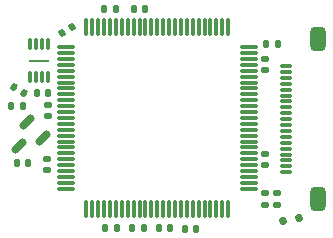
<source format=gbr>
%TF.GenerationSoftware,KiCad,Pcbnew,8.99.0-417-ga763d613e5*%
%TF.CreationDate,2024-04-11T17:26:30-04:00*%
%TF.ProjectId,fujiflex,66756a69-666c-4657-982e-6b696361645f,rev?*%
%TF.SameCoordinates,Original*%
%TF.FileFunction,Paste,Top*%
%TF.FilePolarity,Positive*%
%FSLAX46Y46*%
G04 Gerber Fmt 4.6, Leading zero omitted, Abs format (unit mm)*
G04 Created by KiCad (PCBNEW 8.99.0-417-ga763d613e5) date 2024-04-11 17:26:30*
%MOMM*%
%LPD*%
G01*
G04 APERTURE LIST*
G04 Aperture macros list*
%AMRoundRect*
0 Rectangle with rounded corners*
0 $1 Rounding radius*
0 $2 $3 $4 $5 $6 $7 $8 $9 X,Y pos of 4 corners*
0 Add a 4 corners polygon primitive as box body*
4,1,4,$2,$3,$4,$5,$6,$7,$8,$9,$2,$3,0*
0 Add four circle primitives for the rounded corners*
1,1,$1+$1,$2,$3*
1,1,$1+$1,$4,$5*
1,1,$1+$1,$6,$7*
1,1,$1+$1,$8,$9*
0 Add four rect primitives between the rounded corners*
20,1,$1+$1,$2,$3,$4,$5,0*
20,1,$1+$1,$4,$5,$6,$7,0*
20,1,$1+$1,$6,$7,$8,$9,0*
20,1,$1+$1,$8,$9,$2,$3,0*%
G04 Aperture macros list end*
%ADD10RoundRect,0.140000X0.140000X0.170000X-0.140000X0.170000X-0.140000X-0.170000X0.140000X-0.170000X0*%
%ADD11RoundRect,0.120000X-0.030000X-0.617500X0.030000X-0.617500X0.030000X0.617500X-0.030000X0.617500X0*%
%ADD12RoundRect,0.120000X-0.617500X0.030000X-0.617500X-0.030000X0.617500X-0.030000X0.617500X0.030000X0*%
%ADD13RoundRect,0.150000X-0.112992X-0.223009X0.182451X-0.170914X0.112992X0.223009X-0.182451X0.170914X0*%
%ADD14RoundRect,0.140000X0.170000X-0.140000X0.170000X0.140000X-0.170000X0.140000X-0.170000X-0.140000X0*%
%ADD15RoundRect,0.135000X0.135000X0.185000X-0.135000X0.185000X-0.135000X-0.185000X0.135000X-0.185000X0*%
%ADD16RoundRect,0.135000X0.024413X0.227715X-0.209413X0.092715X-0.024413X-0.227715X0.209413X-0.092715X0*%
%ADD17RoundRect,0.150000X0.309359X0.521491X-0.521491X-0.309359X-0.309359X-0.521491X0.521491X0.309359X0*%
%ADD18RoundRect,0.140000X-0.140000X-0.170000X0.140000X-0.170000X0.140000X0.170000X-0.140000X0.170000X0*%
%ADD19RoundRect,0.140000X-0.170000X0.140000X-0.170000X-0.140000X0.170000X-0.140000X0.170000X0.140000X0*%
%ADD20RoundRect,0.090000X-0.060000X-0.385000X0.060000X-0.385000X0.060000X0.385000X-0.060000X0.385000X0*%
%ADD21RoundRect,0.075000X-0.750000X0.050000X-0.750000X-0.050000X0.750000X-0.050000X0.750000X0.050000X0*%
%ADD22RoundRect,0.135000X0.185000X-0.135000X0.185000X0.135000X-0.185000X0.135000X-0.185000X-0.135000X0*%
%ADD23RoundRect,0.135000X-0.209413X-0.092715X0.024413X-0.227715X0.209413X0.092715X-0.024413X0.227715X0*%
%ADD24RoundRect,0.075000X0.425000X-0.075000X0.425000X0.075000X-0.425000X0.075000X-0.425000X-0.075000X0*%
%ADD25RoundRect,0.325000X0.325000X0.675000X-0.325000X0.675000X-0.325000X-0.675000X0.325000X-0.675000X0*%
%ADD26RoundRect,0.135000X-0.135000X-0.185000X0.135000X-0.185000X0.135000X0.185000X-0.135000X0.185000X0*%
G04 APERTURE END LIST*
D10*
%TO.C,C2*%
X132644541Y-100721964D03*
X131684541Y-100721964D03*
%TD*%
D11*
%TO.C,U1*%
X150050000Y-94012000D03*
X149550000Y-94012000D03*
X149050000Y-94012000D03*
X148550000Y-94012000D03*
X148050000Y-94012000D03*
X147550000Y-94012000D03*
X147050000Y-94012000D03*
X146550000Y-94012000D03*
X146050000Y-94012000D03*
X145550000Y-94012000D03*
X145050000Y-94012000D03*
X144550000Y-94012000D03*
X144050000Y-94012000D03*
X143550000Y-94012000D03*
X143050000Y-94012000D03*
X142550000Y-94012000D03*
X142050000Y-94012000D03*
X141550000Y-94012000D03*
X141050000Y-94012000D03*
X140550000Y-94012000D03*
X140050000Y-94012000D03*
X139550000Y-94012000D03*
X139050000Y-94012000D03*
X138550000Y-94012000D03*
X138050000Y-94012000D03*
D12*
X136312000Y-95750000D03*
X136312000Y-96250000D03*
X136312000Y-96750000D03*
X136312000Y-97250000D03*
X136312000Y-97750000D03*
X136312000Y-98250000D03*
X136312000Y-98750000D03*
X136312000Y-99250000D03*
X136312000Y-99750000D03*
X136312000Y-100250000D03*
X136312000Y-100750000D03*
X136312000Y-101250000D03*
X136312000Y-101750000D03*
X136312000Y-102250000D03*
X136312000Y-102750000D03*
X136312000Y-103250000D03*
X136312000Y-103750000D03*
X136312000Y-104250000D03*
X136312000Y-104750000D03*
X136312000Y-105250000D03*
X136312000Y-105750000D03*
X136312000Y-106250000D03*
X136312000Y-106750000D03*
X136312000Y-107250000D03*
X136312000Y-107750000D03*
D11*
X138050000Y-109488000D03*
X138550000Y-109488000D03*
X139050000Y-109488000D03*
X139550000Y-109488000D03*
X140050000Y-109488000D03*
X140550000Y-109488000D03*
X141050000Y-109488000D03*
X141550000Y-109488000D03*
X142050000Y-109488000D03*
X142550000Y-109488000D03*
X143050000Y-109488000D03*
X143550000Y-109488000D03*
X144050000Y-109488000D03*
X144550000Y-109488000D03*
X145050000Y-109488000D03*
X145550000Y-109488000D03*
X146050000Y-109488000D03*
X146550000Y-109488000D03*
X147050000Y-109488000D03*
X147550000Y-109488000D03*
X148050000Y-109488000D03*
X148550000Y-109488000D03*
X149050000Y-109488000D03*
X149550000Y-109488000D03*
X150050000Y-109488000D03*
D12*
X151788000Y-107750000D03*
X151788000Y-107250000D03*
X151788000Y-106750000D03*
X151788000Y-106250000D03*
X151788000Y-105750000D03*
X151788000Y-105250000D03*
X151788000Y-104750000D03*
X151788000Y-104250000D03*
X151788000Y-103750000D03*
X151788000Y-103250000D03*
X151788000Y-102750000D03*
X151788000Y-102250000D03*
X151788000Y-101750000D03*
X151788000Y-101250000D03*
X151788000Y-100750000D03*
X151788000Y-100250000D03*
X151788000Y-99750000D03*
X151788000Y-99250000D03*
X151788000Y-98750000D03*
X151788000Y-98250000D03*
X151788000Y-97750000D03*
X151788000Y-97250000D03*
X151788000Y-96750000D03*
X151788000Y-96250000D03*
X151788000Y-95750000D03*
%TD*%
D13*
%TO.C,D1*%
X156046882Y-110203446D03*
X154668150Y-110446554D03*
%TD*%
D14*
%TO.C,C9*%
X153206300Y-97703700D03*
X153206300Y-96743700D03*
%TD*%
D10*
%TO.C,C3*%
X145115000Y-111085000D03*
X144155000Y-111085000D03*
%TD*%
D15*
%TO.C,R4*%
X154265000Y-95495000D03*
X153245000Y-95495000D03*
%TD*%
D16*
%TO.C,R5*%
X136842342Y-94014738D03*
X135958996Y-94524738D03*
%TD*%
D17*
%TO.C,U3*%
X134379664Y-103433839D03*
X133036161Y-102090336D03*
X132382087Y-104087913D03*
%TD*%
D18*
%TO.C,C1*%
X132155000Y-105585000D03*
X133115000Y-105585000D03*
%TD*%
D14*
%TO.C,C6*%
X134835000Y-101575000D03*
X134835000Y-100615000D03*
%TD*%
D18*
%TO.C,C5*%
X142055000Y-92525000D03*
X143015000Y-92525000D03*
%TD*%
D19*
%TO.C,C4*%
X153191807Y-104812810D03*
X153191807Y-105772810D03*
%TD*%
D20*
%TO.C,U2*%
X134754134Y-95486698D03*
X134254134Y-95486698D03*
X133754134Y-95486698D03*
X133254134Y-95486698D03*
X133254134Y-98286698D03*
X133754134Y-98286698D03*
X134254134Y-98286698D03*
X134754134Y-98286698D03*
D21*
X134004134Y-96886698D03*
%TD*%
D18*
%TO.C,C8*%
X139556300Y-92523700D03*
X140516300Y-92523700D03*
%TD*%
D19*
%TO.C,C10*%
X134690014Y-105239753D03*
X134690014Y-106199753D03*
%TD*%
D18*
%TO.C,C12*%
X133869537Y-99597334D03*
X134829537Y-99597334D03*
%TD*%
%TO.C,C7*%
X146386300Y-111123700D03*
X147346300Y-111123700D03*
%TD*%
D22*
%TO.C,R1*%
X154155000Y-109105000D03*
X154155000Y-108085000D03*
%TD*%
%TO.C,R2*%
X153155000Y-109105000D03*
X153155000Y-108085000D03*
%TD*%
D15*
%TO.C,R3*%
X140645148Y-111081628D03*
X139625148Y-111081628D03*
%TD*%
D23*
%TO.C,R6*%
X131879303Y-99126166D03*
X132762647Y-99636166D03*
%TD*%
D24*
%TO.C,J1*%
X154950000Y-106350000D03*
X154950000Y-105850000D03*
X154950000Y-105350000D03*
X154950000Y-104850000D03*
X154950000Y-104350000D03*
X154950000Y-103850000D03*
X154950000Y-103350000D03*
X154950000Y-102850000D03*
X154950000Y-102350000D03*
X154950000Y-101850000D03*
X154950000Y-101350000D03*
X154950000Y-100850000D03*
X154950000Y-100350000D03*
X154950000Y-99850000D03*
X154950000Y-99350000D03*
X154950000Y-98850000D03*
X154950000Y-98350000D03*
X154950000Y-97850000D03*
X154950000Y-97350000D03*
D25*
X157650000Y-108650000D03*
X157650000Y-95050000D03*
%TD*%
D26*
%TO.C,R7*%
X141945000Y-111095000D03*
X142965000Y-111095000D03*
%TD*%
M02*

</source>
